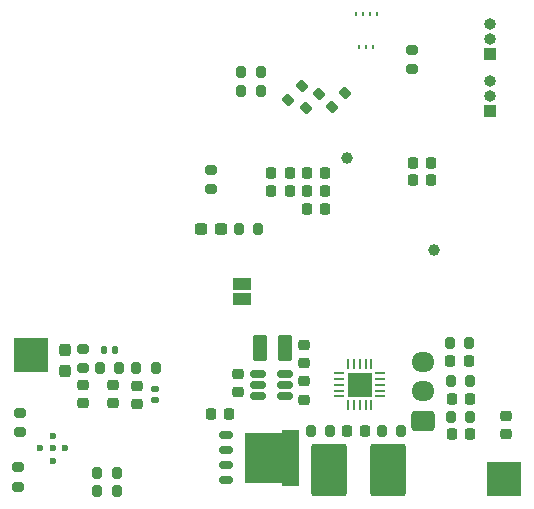
<source format=gbr>
%TF.GenerationSoftware,KiCad,Pcbnew,8.0.5-8.0.5-0~ubuntu24.04.1*%
%TF.CreationDate,2024-09-15T17:00:47-06:00*%
%TF.ProjectId,esp32-s3 single motor & battery controller,65737033-322d-4733-9320-73696e676c65,rev?*%
%TF.SameCoordinates,Original*%
%TF.FileFunction,Soldermask,Bot*%
%TF.FilePolarity,Negative*%
%FSLAX46Y46*%
G04 Gerber Fmt 4.6, Leading zero omitted, Abs format (unit mm)*
G04 Created by KiCad (PCBNEW 8.0.5-8.0.5-0~ubuntu24.04.1) date 2024-09-15 17:00:47*
%MOMM*%
%LPD*%
G01*
G04 APERTURE LIST*
G04 Aperture macros list*
%AMRoundRect*
0 Rectangle with rounded corners*
0 $1 Rounding radius*
0 $2 $3 $4 $5 $6 $7 $8 $9 X,Y pos of 4 corners*
0 Add a 4 corners polygon primitive as box body*
4,1,4,$2,$3,$4,$5,$6,$7,$8,$9,$2,$3,0*
0 Add four circle primitives for the rounded corners*
1,1,$1+$1,$2,$3*
1,1,$1+$1,$4,$5*
1,1,$1+$1,$6,$7*
1,1,$1+$1,$8,$9*
0 Add four rect primitives between the rounded corners*
20,1,$1+$1,$2,$3,$4,$5,0*
20,1,$1+$1,$4,$5,$6,$7,0*
20,1,$1+$1,$6,$7,$8,$9,0*
20,1,$1+$1,$8,$9,$2,$3,0*%
%AMFreePoly0*
4,1,9,2.350000,2.000000,2.100000,2.000000,2.100000,-1.100000,-2.100000,-1.100000,-2.100000,2.000000,-2.350000,2.000000,-2.350000,3.500000,2.350000,3.500000,2.350000,2.000000,2.350000,2.000000,$1*%
G04 Aperture macros list end*
%ADD10R,1.000000X1.000000*%
%ADD11O,1.000000X1.000000*%
%ADD12C,0.600000*%
%ADD13RoundRect,0.250000X0.725000X-0.600000X0.725000X0.600000X-0.725000X0.600000X-0.725000X-0.600000X0*%
%ADD14O,1.950000X1.700000*%
%ADD15C,1.000000*%
%ADD16RoundRect,0.200000X0.275000X-0.200000X0.275000X0.200000X-0.275000X0.200000X-0.275000X-0.200000X0*%
%ADD17RoundRect,0.200000X0.200000X0.275000X-0.200000X0.275000X-0.200000X-0.275000X0.200000X-0.275000X0*%
%ADD18R,1.500000X1.000000*%
%ADD19RoundRect,0.200000X0.053033X-0.335876X0.335876X-0.053033X-0.053033X0.335876X-0.335876X0.053033X0*%
%ADD20RoundRect,0.200000X-0.200000X-0.275000X0.200000X-0.275000X0.200000X0.275000X-0.200000X0.275000X0*%
%ADD21RoundRect,0.225000X-0.250000X0.225000X-0.250000X-0.225000X0.250000X-0.225000X0.250000X0.225000X0*%
%ADD22RoundRect,0.225000X-0.225000X-0.250000X0.225000X-0.250000X0.225000X0.250000X-0.225000X0.250000X0*%
%ADD23RoundRect,0.225000X0.225000X0.250000X-0.225000X0.250000X-0.225000X-0.250000X0.225000X-0.250000X0*%
%ADD24RoundRect,0.237500X-0.237500X0.300000X-0.237500X-0.300000X0.237500X-0.300000X0.237500X0.300000X0*%
%ADD25RoundRect,0.147500X0.147500X0.172500X-0.147500X0.172500X-0.147500X-0.172500X0.147500X-0.172500X0*%
%ADD26RoundRect,0.175000X-0.400000X0.175000X-0.400000X-0.175000X0.400000X-0.175000X0.400000X0.175000X0*%
%ADD27FreePoly0,270.000000*%
%ADD28RoundRect,0.250000X-0.375000X-0.850000X0.375000X-0.850000X0.375000X0.850000X-0.375000X0.850000X0*%
%ADD29RoundRect,0.237500X0.300000X0.237500X-0.300000X0.237500X-0.300000X-0.237500X0.300000X-0.237500X0*%
%ADD30RoundRect,0.225000X0.250000X-0.225000X0.250000X0.225000X-0.250000X0.225000X-0.250000X-0.225000X0*%
%ADD31RoundRect,0.250001X-1.262499X-1.974999X1.262499X-1.974999X1.262499X1.974999X-1.262499X1.974999X0*%
%ADD32R,3.000000X3.000000*%
%ADD33R,0.230000X0.440000*%
%ADD34R,0.230000X0.340000*%
%ADD35RoundRect,0.218750X-0.218750X-0.256250X0.218750X-0.256250X0.218750X0.256250X-0.218750X0.256250X0*%
%ADD36RoundRect,0.147500X-0.172500X0.147500X-0.172500X-0.147500X0.172500X-0.147500X0.172500X0.147500X0*%
%ADD37RoundRect,0.200000X-0.275000X0.200000X-0.275000X-0.200000X0.275000X-0.200000X0.275000X0.200000X0*%
%ADD38R,0.812800X0.254000*%
%ADD39R,0.254000X0.812800*%
%ADD40R,2.159000X2.159000*%
%ADD41RoundRect,0.150000X0.512500X0.150000X-0.512500X0.150000X-0.512500X-0.150000X0.512500X-0.150000X0*%
G04 APERTURE END LIST*
D10*
%TO.C,J4*%
X149000000Y-98870000D03*
D11*
X149000000Y-97600000D03*
X149000000Y-96330000D03*
%TD*%
D12*
%TO.C,U4*%
X112000000Y-126350000D03*
X113050000Y-127400000D03*
X112000000Y-127400000D03*
X110950000Y-127400000D03*
X112000000Y-128450000D03*
%TD*%
D13*
%TO.C,J5*%
X143372548Y-125072800D03*
D14*
X143372548Y-122572800D03*
X143372548Y-120072800D03*
%TD*%
D10*
%TO.C,J3*%
X149000000Y-94000000D03*
D11*
X149000000Y-92730000D03*
X149000000Y-91460000D03*
%TD*%
D15*
%TO.C,TP1*%
X136950000Y-102800000D03*
%TD*%
D16*
%TO.C,R11*%
X114550000Y-120625000D03*
X114550000Y-118975000D03*
%TD*%
D17*
%TO.C,R35*%
X147375000Y-124700000D03*
X145725000Y-124700000D03*
%TD*%
D18*
%TO.C,L1*%
X128000000Y-113450000D03*
X128000000Y-114750000D03*
%TD*%
D19*
%TO.C,R4*%
X133416637Y-98583363D03*
X134583363Y-97416637D03*
%TD*%
D20*
%TO.C,R10*%
X119075000Y-120600000D03*
X120725000Y-120600000D03*
%TD*%
D19*
%TO.C,R5*%
X135616637Y-98483363D03*
X136783363Y-97316637D03*
%TD*%
D21*
%TO.C,C28*%
X133300000Y-121725000D03*
X133300000Y-123275000D03*
%TD*%
D22*
%TO.C,C2*%
X133525000Y-105600000D03*
X135075000Y-105600000D03*
%TD*%
D21*
%TO.C,C40*%
X127700000Y-121112500D03*
X127700000Y-122662500D03*
%TD*%
D23*
%TO.C,C33*%
X138475000Y-125900000D03*
X136925000Y-125900000D03*
%TD*%
%TO.C,C34*%
X147225000Y-120000000D03*
X145675000Y-120000000D03*
%TD*%
D17*
%TO.C,R33*%
X147275000Y-118500000D03*
X145625000Y-118500000D03*
%TD*%
D24*
%TO.C,C13*%
X113050000Y-119087500D03*
X113050000Y-120812500D03*
%TD*%
D17*
%TO.C,R14*%
X129625000Y-97100000D03*
X127975000Y-97100000D03*
%TD*%
D25*
%TO.C,D2*%
X117285000Y-119050000D03*
X116315000Y-119050000D03*
%TD*%
D26*
%TO.C,Q7*%
X126675000Y-130105000D03*
X126675000Y-128835000D03*
X126675000Y-127565000D03*
X126675000Y-126295000D03*
D27*
X129400000Y-128200000D03*
%TD*%
D28*
%TO.C,L3*%
X129525000Y-118937500D03*
X131675000Y-118937500D03*
%TD*%
D23*
%TO.C,C39*%
X147325000Y-126200000D03*
X145775000Y-126200000D03*
%TD*%
D22*
%TO.C,C26*%
X133525000Y-107100000D03*
X135075000Y-107100000D03*
%TD*%
D20*
%TO.C,R20*%
X127775000Y-108800000D03*
X129425000Y-108800000D03*
%TD*%
D21*
%TO.C,C12*%
X119150000Y-122075000D03*
X119150000Y-123625000D03*
%TD*%
D29*
%TO.C,C18*%
X126262501Y-108800000D03*
X124537499Y-108800000D03*
%TD*%
D30*
%TO.C,C36*%
X150400000Y-126175000D03*
X150400000Y-124625000D03*
%TD*%
D22*
%TO.C,C23*%
X142525000Y-103200000D03*
X144075000Y-103200000D03*
%TD*%
D17*
%TO.C,R29*%
X141525000Y-125900000D03*
X139875000Y-125900000D03*
%TD*%
D19*
%TO.C,R3*%
X131916637Y-97883363D03*
X133083363Y-96716637D03*
%TD*%
D22*
%TO.C,C1*%
X133525000Y-104100000D03*
X135075000Y-104100000D03*
%TD*%
D20*
%TO.C,R8*%
X115775000Y-129500000D03*
X117425000Y-129500000D03*
%TD*%
D31*
%TO.C,R27*%
X135387500Y-129200000D03*
X140412500Y-129200000D03*
%TD*%
D32*
%TO.C,H4*%
X110150000Y-119500000D03*
%TD*%
D23*
%TO.C,C37*%
X147325000Y-123200000D03*
X145775000Y-123200000D03*
%TD*%
D15*
%TO.C,TP5*%
X144300000Y-110600000D03*
%TD*%
D16*
%TO.C,R2*%
X109200000Y-126025000D03*
X109200000Y-124375000D03*
%TD*%
D33*
%TO.C,J2*%
X137650000Y-90650000D03*
D34*
X137950000Y-93410000D03*
D33*
X138250000Y-90650000D03*
D34*
X138550000Y-93410000D03*
D33*
X138850000Y-90650000D03*
D34*
X139150000Y-93410000D03*
D33*
X139450000Y-90650000D03*
%TD*%
D35*
%TO.C,FB1*%
X130512500Y-104100000D03*
X132087500Y-104100000D03*
%TD*%
D17*
%TO.C,R34*%
X147375000Y-121700000D03*
X145725000Y-121700000D03*
%TD*%
D36*
%TO.C,D4*%
X120650000Y-122365000D03*
X120650000Y-123335000D03*
%TD*%
D30*
%TO.C,C27*%
X133300000Y-120175000D03*
X133300000Y-118625000D03*
%TD*%
D23*
%TO.C,C38*%
X126975000Y-124500000D03*
X125425000Y-124500000D03*
%TD*%
D22*
%TO.C,C19*%
X130525000Y-105600000D03*
X132075000Y-105600000D03*
%TD*%
D37*
%TO.C,R7*%
X109100000Y-128975000D03*
X109100000Y-130625000D03*
%TD*%
D20*
%TO.C,R28*%
X115975000Y-120550000D03*
X117625000Y-120550000D03*
%TD*%
D38*
%TO.C,U3*%
X139727200Y-120999748D03*
X139727200Y-121499874D03*
X139727200Y-122000000D03*
X139727200Y-122500126D03*
X139727200Y-123000252D03*
D39*
X139000252Y-123727200D03*
X138500126Y-123727200D03*
X138000000Y-123727200D03*
X137499874Y-123727200D03*
X136999748Y-123727200D03*
D38*
X136272800Y-123000252D03*
X136272800Y-122500126D03*
X136272800Y-122000000D03*
X136272800Y-121499874D03*
X136272800Y-120999748D03*
D39*
X136999748Y-120272800D03*
X137499874Y-120272800D03*
X138000000Y-120272800D03*
X138500126Y-120272800D03*
X139000252Y-120272800D03*
D40*
X138000000Y-122000000D03*
%TD*%
D41*
%TO.C,U2*%
X131637500Y-121087500D03*
X131637500Y-122037500D03*
X131637500Y-122987500D03*
X129362500Y-122987500D03*
X129362500Y-122037500D03*
X129362500Y-121087500D03*
%TD*%
D16*
%TO.C,R19*%
X125450000Y-105475000D03*
X125450000Y-103825000D03*
%TD*%
D21*
%TO.C,C6*%
X114600000Y-122025000D03*
X114600000Y-123575000D03*
%TD*%
D37*
%TO.C,R6*%
X142400000Y-93625000D03*
X142400000Y-95275000D03*
%TD*%
D17*
%TO.C,R18*%
X117425000Y-131000000D03*
X115775000Y-131000000D03*
%TD*%
D21*
%TO.C,C31*%
X117100000Y-122025000D03*
X117100000Y-123575000D03*
%TD*%
D22*
%TO.C,C24*%
X142525000Y-104700000D03*
X144075000Y-104700000D03*
%TD*%
D32*
%TO.C,H2*%
X150200000Y-130000000D03*
%TD*%
D20*
%TO.C,R30*%
X133875000Y-125900000D03*
X135525000Y-125900000D03*
%TD*%
D17*
%TO.C,R15*%
X129625000Y-95550000D03*
X127975000Y-95550000D03*
%TD*%
M02*

</source>
